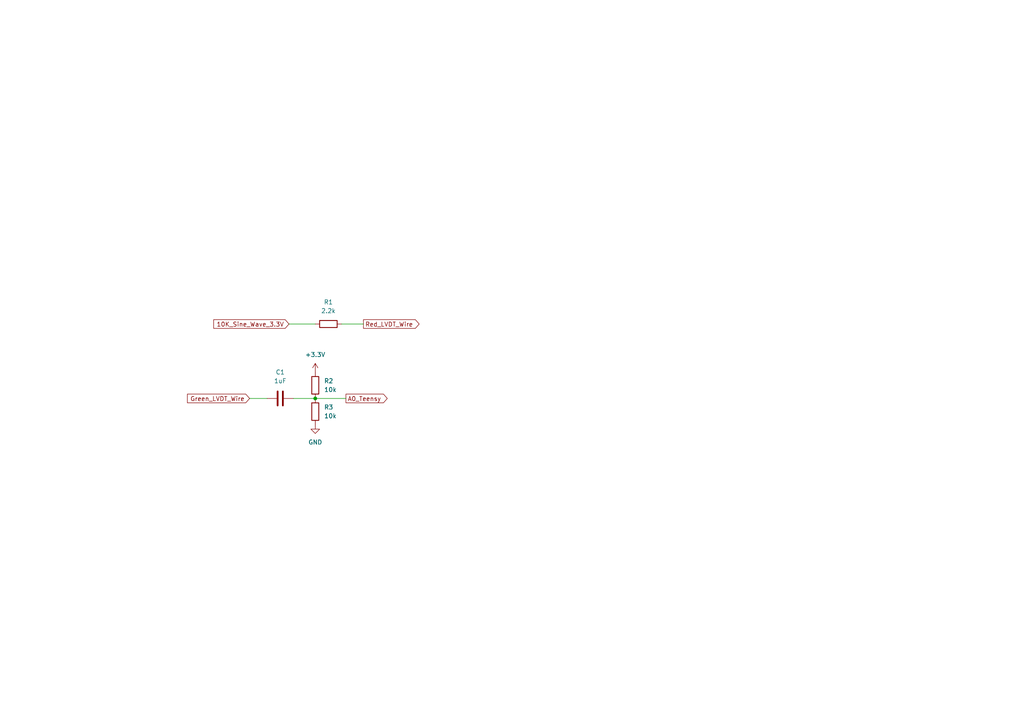
<source format=kicad_sch>
(kicad_sch (version 20231120) (generator "eeschema") (generator_version "8.0")
  (paper "A4")
  (title_block (title "Marine Wiring Starter") (date "2025-07-15") (rev "A") (company "Custom Marine Project") (comment 1 "HEI, Fuel Pump, Relay, Fuse Block"))
  (lib_symbols
    (symbol "Device:C" (pin_numbers hide) (pin_names (offset 0.254))
      (property "Reference" "C" (at 0.635 2.54 0))
      (property "Value" "C" (at 0.635 -2.54 0))
      (symbol "C_0_1"
        (polyline (pts (xy -2.032 -0.762) (xy 2.032 -0.762)) (stroke (width 0.508)))
        (polyline (pts (xy -2.032 0.762) (xy 2.032 0.762)) (stroke (width 0.508)))
      )
      (symbol "C_1_1"
        (pin passive line (at 0 3.81 270) (length 2.794) (name "~") (number "1"))
        (pin passive line (at 0 -3.81 90) (length 2.794) (name "~") (number "2"))
      )
    )
    (symbol "Device:R" (pin_numbers hide) (pin_names (offset 0))
      (property "Reference" "R" (at 2.032 0 90))
      (property "Value" "R" (at 0 0 90))
      (symbol "R_0_1"
        (rectangle (start -1.016 -2.54) (end 1.016 2.54) (stroke (width 0.254)))
      )
      (symbol "R_1_1"
        (pin passive line (at 0 3.81 270) (length 1.27) (name "~") (number "1"))
        (pin passive line (at 0 -3.81 90) (length 1.27) (name "~") (number "2"))
      )
    )
    (symbol "power:+3.3V" (power) (pin_numbers hide) (pin_names (offset 0) hide)
      (property "Value" "+3.3V" (at 0 3.556 0))
      (symbol "+3.3V_0_1"
        (polyline (pts (xy -0.762 1.27) (xy 0 2.54)))
        (polyline (pts (xy 0 0) (xy 0 2.54)))
        (polyline (pts (xy 0 2.54) (xy 0.762 1.27)))
      )
      (symbol "+3.3V_1_1"
        (pin power_in line (at 0 0 90) (length 0) (name "~") (number "1"))
      )
    )
    (symbol "power:GND" (power) (pin_numbers hide) (pin_names (offset 0) hide)
      (property "Value" "GND" (at 0 -3.81 0))
      (symbol "GND_0_1"
        (polyline (pts (xy 0 0) (xy 0 -1.27) (xy 1.27 -1.27) (xy 0 -2.54) (xy -1.27 -1.27) (xy 0 -1.27)))
      )
      (symbol "GND_1_1"
        (pin power_in line (at 0 0 270) (length 0) (name "~") (number "1"))
      )
    )
  )
  (junction (at 91.44 115.57))
  (wire (pts (xy 100.33 115.57) (xy 91.44 115.57)))
  (wire (pts (xy 72.39 115.57) (xy 77.47 115.57)))
  (wire (pts (xy 105.41 93.98) (xy 99.06 93.98)))
  (wire (pts (xy 83.82 93.98) (xy 91.44 93.98)))
  (wire (pts (xy 85.09 115.57) (xy 91.44 115.57)))
  (global_label "A0_Teensy" (shape output) (at 100.33 115.57 0) (property "Intersheetrefs" "${INTERSHEET_REFS}" (effects (hide yes))))
  (global_label "10K_Sine_Wave_3.3V" (shape input) (at 83.82 93.98 180) (property "Intersheetrefs" "${INTERSHEET_REFS}" (effects (hide yes))))
  (global_label "Green_LVDT_Wire" (shape input) (at 72.39 115.57 180) (property "Intersheetrefs" "${INTERSHEET_REFS}" (effects (hide yes))))
  (global_label "Red_LVDT_Wire" (shape output) (at 105.41 93.98 0) (property "Intersheetrefs" "${INTERSHEET_REFS}" (effects (hide yes))))
  (symbol (lib_id "Device:R") (at 91.44 119.38 0) (unit 1)
    (property "Reference" "R3" (at 93.98 118.1099 0) (effects (justify left)))
    (property "Value" "10k" (at 93.98 120.6499 0) (effects (justify left)))
    (property "Description" "Resistor" (effects (hide yes)))
  )
  (symbol (lib_id "power:GND") (at 91.44 123.19 0) (unit 1)
    (property "Reference" "#PWR1" (effects (hide yes)))
    (property "Value" "GND" (at 91.44 128.27 0))
    (property "Description" "Power symbol creates a global label with name \"GND\" , ground" (effects (hide yes)))
  )
  (symbol (lib_id "Device:R") (at 91.44 111.76 0) (unit 1)
    (property "Reference" "R2" (at 93.98 110.4899 0) (effects (justify left)))
    (property "Value" "10k" (at 93.98 113.0299 0) (effects (justify left)))
    (property "Description" "Resistor" (effects (hide yes)))
  )
  (symbol (lib_id "Device:C") (at 81.28 115.57 270) (unit 1)
    (property "Reference" "C1" (at 81.28 107.95 90))
    (property "Value" "1uF" (at 81.28 110.49 90))
    (property "Description" "Unpolarized capacitor" (effects (hide yes)))
  )
  (symbol (lib_id "Device:R") (at 95.25 93.98 90) (unit 1)
    (property "Reference" "R1" (at 95.25 87.63 90))
    (property "Value" "2.2k" (at 95.25 90.17 90))
    (property "Description" "Resistor" (effects (hide yes)))
  )
  (symbol (lib_id "power:+3.3V") (at 91.44 107.95 0) (unit 1)
    (property "Reference" "#PWR2" (effects (hide yes)))
    (property "Value" "+3.3V" (at 91.44 102.87 0))
    (property "Description" "Power symbol creates a global label with name \"+3.3V\"" (effects (hide yes)))
  )
)
</source>
